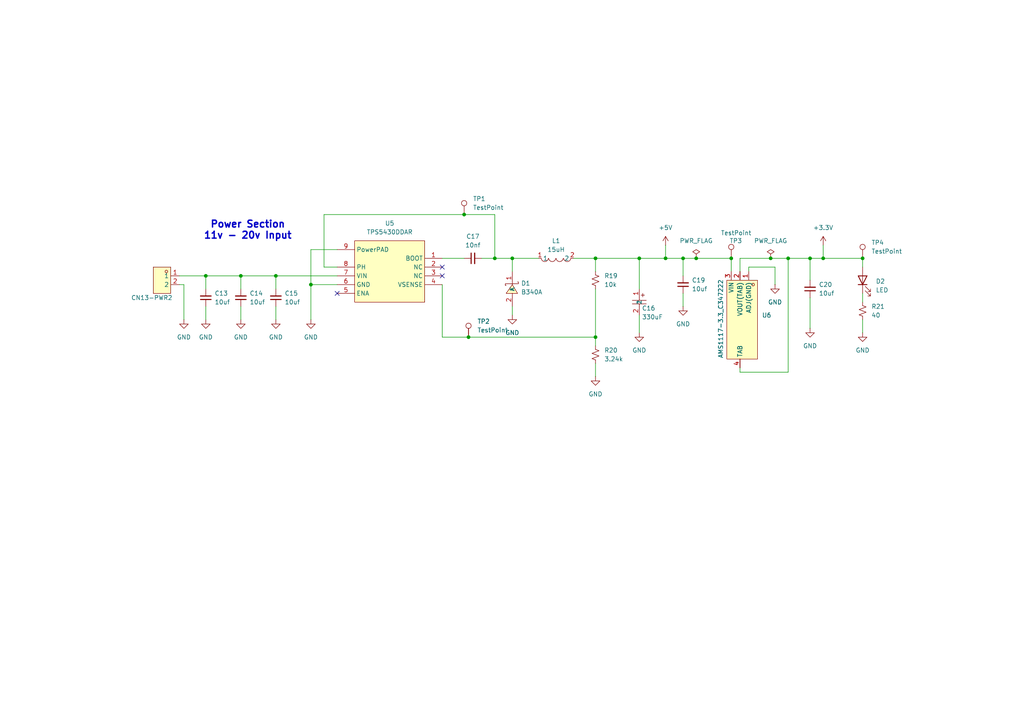
<source format=kicad_sch>
(kicad_sch (version 20250114) (generator "eeschema") (generator_version "9.0")
  (paper "A4")
  (lib_symbols
    (symbol "1x2-Connector-C441332:KF2EDGV-3.81-2P"
      (property "Reference" "CN" (at 0 6.35 0))
      (property "Value" "KF2EDGV-3.81-2P" (at 0 -6.35 0))
      (symbol "KF2EDGV-3.81-2P_0_1"
        (rectangle (start -2.54 3.81) (end 2.54 -3.81) (fill (type background)))
        (circle (center -1.27 2.54) (radius 0.38))
        (pin unspecified line (at -5.08 1.27 0) (length 2.54) (name "1") (number "1"))
        (pin unspecified line (at -5.08 -1.27 0) (length 2.54) (name "2") (number "2"))
      )
    )
    (symbol "C347222-AMS1117:AMS1117-3.3_C347222"
      (property "Reference" "U" (at 0 7.62 0))
      (property "Value" "AMS1117-3.3_C347222" (at 0 -7.62 0))
      (symbol "AMS1117-3.3_C347222_0_1"
        (rectangle (start -12.7 5.08) (end 10.16 -3.81) (fill (type background)))
        (circle (center -11.43 3.81) (radius 0.38))
        (pin unspecified line (at -15.24 2.54 0) (length 2.54) (name "ADJ(GND)") (number "1"))
        (pin unspecified line (at -15.24 0 0) (length 2.54) (name "VOUT(TAB)") (number "2"))
        (pin unspecified line (at -15.24 -2.54 0) (length 2.54) (name "VIN") (number "3"))
        (pin unspecified line (at 12.7 0 180) (length 2.54) (name "TAB") (number "4"))
      )
    )
    (symbol "C40000-Inductor-15uH:SMDRI127-150MT"
      (property "Reference" "L" (at 0 5.08 0))
      (property "Value" "SMDRI127-150MT" (at 0 -5.08 0))
      (symbol "SMDRI127-150MT_0_1"
        (arc (start -2.27 -0.02) (mid -3.28 -0.937) (end -4.29 -0.02))
        (arc (start -0.11 -0.02) (mid -1.12 -0.937) (end -2.13 -0.02))
        (arc (start 2.04 -0.02) (mid 1.03 -0.937) (end 0.02 -0.02))
        (arc (start 4.23 -0.02) (mid 3.22 -0.9448) (end 2.21 -0.02))
        (pin unspecified line (at -5.08 0 0) (length 0.762) (name "1") (number "1"))
        (pin unspecified line (at 5.08 0 180) (length 0.762) (name "2") (number "2"))
      )
    )
    (symbol "C64982-B340A:B340A"
      (property "Reference" "D" (at 0 5.08 0))
      (property "Value" "B340A" (at 0 -5.08 0))
      (symbol "B340A_0_1"
        (polyline (pts (xy -2.03 1.52) (xy -2.03 1.78) (xy -1.52 1.78) (xy -1.52 -2.03) (xy -1.02 -2.03) (xy -1.02 -1.78)))
        (polyline (pts (xy 1.27 1.52) (xy -1.27 0) (xy 1.27 -1.78) (xy 1.27 1.52)) (fill (type background)))
        (pin unspecified line (at -5.08 0 0) (length 3.81) (name "K") (number "1"))
        (pin unspecified line (at 5.08 0 180) (length 3.81) (name "A") (number "2"))
      )
    )
    (symbol "C79112-330uF-Cap:6TPE330MAP"
      (property "Reference" "C" (at 0 5.08 0))
      (property "Value" "6TPE330MAP" (at 0 -5.08 0))
      (symbol "6TPE330MAP_0_1"
        (polyline (pts (xy -0.51 0) (xy -1.27 0)))
        (polyline (pts (xy -0.51 -2.03) (xy -0.51 2.03)))
        (polyline (pts (xy 0.51 -2.03) (xy 0.51 2.03)))
        (polyline (pts (xy 1.27 0) (xy 0.51 0)))
        (polyline (pts (xy 2.03 -1.52) (xy 2.03 -0.51)))
        (polyline (pts (xy 2.54 -1.02) (xy 1.52 -1.02)))
        (pin input line (at -3.81 0 0) (length 2.54) (name "2") (number "2"))
        (pin input line (at 3.81 0 180) (length 2.54) (name "1") (number "1"))
      )
    )
    (symbol "C9864-TPS5430DDAR:TPS5430DDAR"
      (property "Reference" "U" (at 0 11.43 0))
      (property "Value" "TPS5430DDAR" (at 0 -11.43 0))
      (symbol "TPS5430DDAR_0_1"
        (rectangle (start -10.16 8.89) (end 10.16 -8.89) (fill (type background)))
        (pin unspecified line (at -15.24 3.81 0) (length 5.08) (name "BOOT") (number "1"))
        (pin unspecified line (at -15.24 1.27 0) (length 5.08) (name "NC") (number "2"))
        (pin unspecified line (at -15.24 -1.27 0) (length 5.08) (name "NC") (number "3"))
        (pin unspecified line (at -15.24 -3.81 0) (length 5.08) (name "VSENSE") (number "4"))
        (pin unspecified line (at 15.24 6.35 180) (length 5.08) (name "PowerPAD") (number "9"))
        (pin unspecified line (at 15.24 1.27 180) (length 5.08) (name "PH") (number "8"))
        (pin unspecified line (at 15.24 -1.27 180) (length 5.08) (name "VIN") (number "7"))
        (pin unspecified line (at 15.24 -3.81 180) (length 5.08) (name "GND") (number "6"))
        (pin unspecified line (at 15.24 -6.35 180) (length 5.08) (name "ENA") (number "5"))
      )
    )
    (symbol "Connector:TestPoint" (pin_numbers (hide yes)) (pin_names (offset 0.762) (hide yes))
      (property "Reference" "TP" (at 0 6.858 0))
      (property "Value" "TestPoint" (at 0 5.08 0))
      (symbol "TestPoint_0_1"
        (circle (center 0 3.302) (radius 0.762))
      )
      (symbol "TestPoint_1_1"
        (pin passive line (at 0 0 90) (length 2.54) (name "1") (number "1"))
      )
    )
    (symbol "Device:C_Small" (pin_numbers (hide yes)) (pin_names (offset 0.254) (hide yes))
      (property "Reference" "C" (at 0.254 1.778 0))
      (property "Value" "C_Small" (at 0.254 -2.032 0))
      (symbol "C_Small_0_1"
        (polyline (pts (xy -1.524 0.508) (xy 1.524 0.508)) (stroke (width 0.3048)))
        (polyline (pts (xy -1.524 -0.508) (xy 1.524 -0.508)) (stroke (width 0.3302)))
      )
      (symbol "C_Small_1_1"
        (pin passive line (at 0 2.54 270) (length 2.032) (name "~") (number "1"))
        (pin passive line (at 0 -2.54 90) (length 2.032) (name "~") (number "2"))
      )
    )
    (symbol "Device:LED" (pin_numbers (hide yes)) (pin_names (offset 1.016) (hide yes))
      (property "Reference" "D" (at 0 2.54 0))
      (property "Value" "LED" (at 0 -2.54 0))
      (symbol "LED_0_1"
        (polyline (pts (xy -3.048 -0.762) (xy -4.572 -2.286) (xy -3.81 -2.286) (xy -4.572 -2.286) (xy -4.572 -1.524)))
        (polyline (pts (xy -1.778 -0.762) (xy -3.302 -2.286) (xy -2.54 -2.286) (xy -3.302 -2.286) (xy -3.302 -1.524)))
        (polyline (pts (xy -1.27 0) (xy 1.27 0)))
        (polyline (pts (xy -1.27 -1.27) (xy -1.27 1.27)) (stroke (width 0.254)))
        (polyline (pts (xy 1.27 -1.27) (xy 1.27 1.27) (xy -1.27 0) (xy 1.27 -1.27)) (stroke (width 0.254)))
      )
      (symbol "LED_1_1"
        (pin passive line (at -3.81 0 0) (length 2.54) (name "K") (number "1"))
        (pin passive line (at 3.81 0 180) (length 2.54) (name "A") (number "2"))
      )
    )
    (symbol "Device:R_Small_US" (pin_numbers (hide yes)) (pin_names (offset 0.254) (hide yes))
      (property "Reference" "R" (at 0.762 0.508 0))
      (property "Value" "R_Small_US" (at 0.762 -1.016 0))
      (symbol "R_Small_US_1_1"
        (polyline (pts (xy 0 1.524) (xy 1.016 1.143) (xy 0 0.762) (xy -1.016 0.381) (xy 0 0)))
        (polyline (pts (xy 0 0) (xy 1.016 -0.381) (xy 0 -0.762) (xy -1.016 -1.143) (xy 0 -1.524)))
        (pin passive line (at 0 2.54 270) (length 1.016) (name "~") (number "1"))
        (pin passive line (at 0 -2.54 90) (length 1.016) (name "~") (number "2"))
      )
    )
    (symbol "power:+3.3V" (power) (pin_numbers (hide yes)) (pin_names (offset 0) (hide yes))
      (property "Value" "+3.3V" (at 0 3.556 0))
      (symbol "+3.3V_0_1"
        (polyline (pts (xy -0.762 1.27) (xy 0 2.54)))
        (polyline (pts (xy 0 2.54) (xy 0.762 1.27)))
        (polyline (pts (xy 0 0) (xy 0 2.54)))
      )
      (symbol "+3.3V_1_1"
        (pin power_in line (at 0 0 90) (length 0) (name "~") (number "1"))
      )
    )
    (symbol "power:+5V" (power) (pin_numbers (hide yes)) (pin_names (offset 0) (hide yes))
      (property "Value" "+5V" (at 0 3.556 0))
      (symbol "+5V_0_1"
        (polyline (pts (xy -0.762 1.27) (xy 0 2.54)))
        (polyline (pts (xy 0 2.54) (xy 0.762 1.27)))
        (polyline (pts (xy 0 0) (xy 0 2.54)))
      )
      (symbol "+5V_1_1"
        (pin power_in line (at 0 0 90) (length 0) (name "~") (number "1"))
      )
    )
    (symbol "power:GND" (power) (pin_numbers (hide yes)) (pin_names (offset 0) (hide yes))
      (property "Value" "GND" (at 0 -3.81 0))
      (symbol "GND_0_1"
        (polyline (pts (xy 0 0) (xy 0 -1.27) (xy 1.27 -1.27) (xy 0 -2.54) (xy -1.27 -1.27) (xy 0 -1.27)))
      )
      (symbol "GND_1_1"
        (pin power_in line (at 0 0 270) (length 0) (name "~") (number "1"))
      )
    )
    (symbol "power:PWR_FLAG" (power) (pin_numbers (hide yes)) (pin_names (offset 0) (hide yes))
      (property "Value" "PWR_FLAG" (at 0 3.81 0))
      (symbol "PWR_FLAG_0_0"
        (pin power_out line (at 0 0 90) (length 0) (name "~") (number "1"))
      )
      (symbol "PWR_FLAG_0_1"
        (polyline (pts (xy 0 0) (xy 0 1.27) (xy -1.016 1.905) (xy 0 2.54) (xy 1.016 1.905) (xy 0 1.27)))
      )
    )
  )
  (text "Power Section\n11v - 20v Input" (at 71.882 66.802 0) (effects (font (size 2 2) (thickness 0.4) (bold yes))))
  (junction (at 69.85 80.01))
  (junction (at 238.76 74.93))
  (junction (at 90.17 82.55))
  (junction (at 212.09 74.93))
  (junction (at 148.59 74.93))
  (junction (at 223.52 74.93))
  (junction (at 198.12 74.93))
  (junction (at 135.89 97.79))
  (junction (at 201.93 74.93))
  (junction (at 143.51 74.93))
  (junction (at 234.95 74.93))
  (junction (at 228.6 74.93))
  (junction (at 250.19 74.93))
  (junction (at 172.72 74.93))
  (junction (at 80.01 80.01))
  (junction (at 59.69 80.01))
  (junction (at 172.72 97.79))
  (junction (at 185.42 74.93))
  (junction (at 193.04 74.93))
  (junction (at 134.62 62.23))
  (no_connect (at 128.27 80.01))
  (no_connect (at 128.27 77.47))
  (no_connect (at 97.79 85.09))
  (wire (pts (xy 148.59 88.9) (xy 148.59 91.44)))
  (wire (pts (xy 90.17 82.55) (xy 90.17 92.71)))
  (wire (pts (xy 224.79 82.55) (xy 224.79 77.47)))
  (wire (pts (xy 80.01 80.01) (xy 80.01 83.82)))
  (wire (pts (xy 201.93 74.93) (xy 212.09 74.93)))
  (wire (pts (xy 172.72 105.41) (xy 172.72 109.22)))
  (wire (pts (xy 234.95 86.36) (xy 234.95 95.25)))
  (wire (pts (xy 250.19 92.71) (xy 250.19 96.52)))
  (wire (pts (xy 93.98 77.47) (xy 93.98 62.23)))
  (wire (pts (xy 59.69 80.01) (xy 59.69 83.82)))
  (wire (pts (xy 172.72 74.93) (xy 172.72 78.74)))
  (wire (pts (xy 214.63 107.95) (xy 228.6 107.95)))
  (wire (pts (xy 185.42 74.93) (xy 185.42 83.82)))
  (wire (pts (xy 148.59 74.93) (xy 148.59 78.74)))
  (wire (pts (xy 224.79 77.47) (xy 217.17 77.47)))
  (wire (pts (xy 135.89 97.79) (xy 172.72 97.79)))
  (wire (pts (xy 198.12 74.93) (xy 198.12 80.01)))
  (wire (pts (xy 250.19 77.47) (xy 250.19 74.93)))
  (wire (pts (xy 212.09 78.74) (xy 212.09 74.93)))
  (wire (pts (xy 90.17 72.39) (xy 90.17 82.55)))
  (wire (pts (xy 69.85 80.01) (xy 69.85 83.82)))
  (wire (pts (xy 185.42 74.93) (xy 193.04 74.93)))
  (wire (pts (xy 217.17 77.47) (xy 217.17 78.74)))
  (wire (pts (xy 80.01 88.9) (xy 80.01 92.71)))
  (wire (pts (xy 69.85 88.9) (xy 69.85 92.71)))
  (wire (pts (xy 53.34 92.71) (xy 53.34 82.55)))
  (wire (pts (xy 128.27 74.93) (xy 134.62 74.93)))
  (wire (pts (xy 238.76 71.12) (xy 238.76 74.93)))
  (wire (pts (xy 97.79 72.39) (xy 90.17 72.39)))
  (wire (pts (xy 134.62 62.23) (xy 143.51 62.23)))
  (wire (pts (xy 80.01 80.01) (xy 69.85 80.01)))
  (wire (pts (xy 198.12 74.93) (xy 193.04 74.93)))
  (wire (pts (xy 234.95 74.93) (xy 228.6 74.93)))
  (wire (pts (xy 172.72 97.79) (xy 172.72 100.33)))
  (wire (pts (xy 223.52 74.93) (xy 214.63 74.93)))
  (wire (pts (xy 128.27 82.55) (xy 128.27 97.79)))
  (wire (pts (xy 214.63 106.68) (xy 214.63 107.95)))
  (wire (pts (xy 250.19 85.09) (xy 250.19 87.63)))
  (wire (pts (xy 93.98 62.23) (xy 134.62 62.23)))
  (wire (pts (xy 228.6 107.95) (xy 228.6 74.93)))
  (wire (pts (xy 172.72 83.82) (xy 172.72 97.79)))
  (wire (pts (xy 238.76 74.93) (xy 250.19 74.93)))
  (wire (pts (xy 185.42 91.44) (xy 185.42 96.52)))
  (wire (pts (xy 238.76 74.93) (xy 234.95 74.93)))
  (wire (pts (xy 148.59 74.93) (xy 156.21 74.93)))
  (wire (pts (xy 214.63 74.93) (xy 214.63 78.74)))
  (wire (pts (xy 97.79 80.01) (xy 80.01 80.01)))
  (wire (pts (xy 234.95 74.93) (xy 234.95 81.28)))
  (wire (pts (xy 52.07 80.01) (xy 59.69 80.01)))
  (wire (pts (xy 198.12 85.09) (xy 198.12 88.9)))
  (wire (pts (xy 139.7 74.93) (xy 143.51 74.93)))
  (wire (pts (xy 228.6 74.93) (xy 223.52 74.93)))
  (wire (pts (xy 143.51 74.93) (xy 148.59 74.93)))
  (wire (pts (xy 97.79 77.47) (xy 93.98 77.47)))
  (wire (pts (xy 172.72 74.93) (xy 185.42 74.93)))
  (wire (pts (xy 166.37 74.93) (xy 172.72 74.93)))
  (wire (pts (xy 59.69 80.01) (xy 69.85 80.01)))
  (wire (pts (xy 59.69 88.9) (xy 59.69 92.71)))
  (wire (pts (xy 128.27 97.79) (xy 135.89 97.79)))
  (wire (pts (xy 193.04 71.12) (xy 193.04 74.93)))
  (wire (pts (xy 143.51 62.23) (xy 143.51 74.93)))
  (wire (pts (xy 201.93 74.93) (xy 198.12 74.93)))
  (wire (pts (xy 90.17 82.55) (xy 97.79 82.55)))
  (wire (pts (xy 53.34 82.55) (xy 52.07 82.55)))
  (symbol (lib_id "power:GND") (at 185.42 96.52 0) (unit 1)
    (property "Reference" "#PWR058" (effects (hide yes)))
    (property "Value" "GND" (at 185.42 101.6 0))
    (property "Description" "Power symbol creates a global label with name \"GND\" , ground" (effects (hide yes)))
  )
  (symbol (lib_id "C79112-330uF-Cap:6TPE330MAP") (at 185.42 87.63 90) (unit 1)
    (property "Reference" "C16" (at 186.182 89.408 90) (effects (justify right)))
    (property "Value" "330uF" (at 186.182 91.948 90) (effects (justify right)))
    (property "Footprint" "C79112-330uF-Cap:CAP-SMD_L7.3-W4.3-R-RD" (effects (hide yes)))
    (property "Datasheet" "https://lcsc.com/product-detail/Tantalum-Capacitors_PANASONIC_6TPE330MAP_330uF-337-20-6-3V_C79112.html" (effects (hide yes)))
    (property "LCSC Part" "C79112" (effects (hide yes)))
  )
  (symbol (lib_id "power:GND") (at 69.85 92.71 0) (unit 1)
    (property "Reference" "#PWR051" (effects (hide yes)))
    (property "Value" "GND" (at 69.85 97.79 0))
    (property "Description" "Power symbol creates a global label with name \"GND\" , ground" (effects (hide yes)))
  )
  (symbol (lib_id "Connector:TestPoint") (at 250.19 74.93 0) (unit 1)
    (property "Reference" "TP4" (at 252.73 70.3579 0) (effects (justify left)))
    (property "Value" "TestPoint" (at 252.73 72.8979 0) (effects (justify left)))
    (property "Footprint" "TestPoint:TestPoint_Pad_1.5x1.5mm" (effects (hide yes)))
    (property "Description" "test point" (effects (hide yes)))
  )
  (symbol (lib_id "Device:C_Small") (at 59.69 86.36 180) (unit 1)
    (property "Reference" "C13" (at 62.23 85.0835 0) (effects (justify right)))
    (property "Value" "10uf" (at 62.23 87.6235 0) (effects (justify right)))
    (property "Footprint" "Capacitor_SMD:C_0603_1608Metric" (effects (hide yes)))
    (property "Description" "Unpolarized capacitor, small symbol" (effects (hide yes)))
  )
  (symbol (lib_id "Device:C_Small") (at 137.16 74.93 90) (unit 1)
    (property "Reference" "C17" (at 137.1663 68.58 90))
    (property "Value" "10nf" (at 137.1663 71.12 90))
    (property "Footprint" "Capacitor_SMD:C_0603_1608Metric" (effects (hide yes)))
    (property "Description" "Unpolarized capacitor, small symbol" (effects (hide yes)))
  )
  (symbol (lib_id "power:GND") (at 148.59 91.44 0) (unit 1)
    (property "Reference" "#PWR057" (effects (hide yes)))
    (property "Value" "GND" (at 148.59 96.52 0))
    (property "Description" "Power symbol creates a global label with name \"GND\" , ground" (effects (hide yes)))
  )
  (symbol (lib_id "power:GND") (at 234.95 95.25 0) (unit 1)
    (property "Reference" "#PWR063" (effects (hide yes)))
    (property "Value" "GND" (at 234.95 100.33 0))
    (property "Description" "Power symbol creates a global label with name \"GND\" , ground" (effects (hide yes)))
  )
  (symbol (lib_id "power:GND") (at 172.72 109.22 0) (unit 1)
    (property "Reference" "#PWR059" (effects (hide yes)))
    (property "Value" "GND" (at 172.72 114.3 0))
    (property "Description" "Power symbol creates a global label with name \"GND\" , ground" (effects (hide yes)))
  )
  (symbol (lib_id "Connector:TestPoint") (at 134.62 62.23 0) (unit 1)
    (property "Reference" "TP1" (at 137.16 57.6579 0) (effects (justify left)))
    (property "Value" "TestPoint" (at 137.16 60.1979 0) (effects (justify left)))
    (property "Footprint" "TestPoint:TestPoint_Pad_1.5x1.5mm" (effects (hide yes)))
    (property "Description" "test point" (effects (hide yes)))
  )
  (symbol (lib_id "Device:C_Small") (at 80.01 86.36 180) (unit 1)
    (property "Reference" "C15" (at 82.55 85.0835 0) (effects (justify right)))
    (property "Value" "10uf" (at 82.55 87.6235 0) (effects (justify right)))
    (property "Footprint" "Capacitor_SMD:C_0603_1608Metric" (effects (hide yes)))
    (property "Description" "Unpolarized capacitor, small symbol" (effects (hide yes)))
  )
  (symbol (lib_id "power:+3.3V") (at 238.76 71.12 0) (unit 1)
    (property "Reference" "#PWR049" (effects (hide yes)))
    (property "Value" "+3.3V" (at 238.76 66.04 0))
    (property "Description" "Power symbol creates a global label with name \"+3.3V\"" (effects (hide yes)))
  )
  (symbol (lib_id "power:GND") (at 59.69 92.71 0) (unit 1)
    (property "Reference" "#PWR056" (effects (hide yes)))
    (property "Value" "GND" (at 59.69 97.79 0))
    (property "Description" "Power symbol creates a global label with name \"GND\" , ground" (effects (hide yes)))
  )
  (symbol (lib_id "Device:LED") (at 250.19 81.28 90) (unit 1)
    (property "Reference" "D2" (at 254 81.5974 90) (effects (justify right)))
    (property "Value" "LED" (at 254 84.1374 90) (effects (justify right)))
    (property "Footprint" "LED_SMD:LED_0805_2012Metric" (effects (hide yes)))
    (property "Description" "Light emitting diode" (effects (hide yes)))
    (property "Sim.Pins" "1=K 2=A" (effects (hide yes)))
    (property "LCSC Part" "C84260" (effects (hide yes)))
  )
  (symbol (lib_id "C9864-TPS5430DDAR:TPS5430DDAR") (at 113.03 78.74 0) (mirror y) (unit 1)
    (property "Reference" "U5" (at 113.03 64.77 0))
    (property "Value" "TPS5430DDAR" (at 113.03 67.31 0))
    (property "Footprint" "C9864-TPS5430DDAR:ESOP-8_L4.9-W3.9-P1.27-LS6.0-TL-EP" (effects (hide yes)))
    (property "Datasheet" "https://lcsc.com/product-detail/DC-DC-Converters_TI_TPS5430DDAR_TPS5430DDAR_C9864.html" (effects (hide yes)))
    (property "LCSC Part" "C9864" (effects (hide yes)))
  )
  (symbol (lib_id "power:PWR_FLAG") (at 223.52 74.93 0) (unit 1)
    (property "Reference" "#FLG01" (effects (hide yes)))
    (property "Value" "PWR_FLAG" (at 223.52 69.85 0))
    (property "Description" "Special symbol for telling ERC where power comes from" (effects (hide yes)))
  )
  (symbol (lib_id "C347222-AMS1117:AMS1117-3.3_C347222") (at 214.63 93.98 270) (unit 1)
    (property "Reference" "U6" (at 220.98 91.4399 90) (effects (justify left)))
    (property "Value" "AMS1117-3.3_C347222" (at 209.042 81.026 0) (effects (justify left)))
    (property "Footprint" "C347222-AMS1117:SOT-223-4_L6.5-W3.5-P2.30-LS7.0-BR" (effects (hide yes)))
    (property "Datasheet" "https://lcsc.com/product-detail/Others_Youtai-Semiconductor-Co-Ltd-AMS1117-3-3_C347222.html" (effects (hide yes)))
    (property "LCSC Part" "C347222" (effects (hide yes)))
  )
  (symbol (lib_id "Connector:TestPoint") (at 135.89 97.79 0) (unit 1)
    (property "Reference" "TP2" (at 138.43 93.2179 0) (effects (justify left)))
    (property "Value" "TestPoint" (at 138.43 95.7579 0) (effects (justify left)))
    (property "Footprint" "TestPoint:TestPoint_Pad_1.5x1.5mm" (effects (hide yes)))
    (property "Description" "test point" (effects (hide yes)))
  )
  (symbol (lib_id "power:PWR_FLAG") (at 201.93 74.93 0) (unit 1)
    (property "Reference" "#FLG02" (effects (hide yes)))
    (property "Value" "PWR_FLAG" (at 201.93 69.85 0))
    (property "Description" "Special symbol for telling ERC where power comes from" (effects (hide yes)))
  )
  (symbol (lib_id "Device:C_Small") (at 69.85 86.36 180) (unit 1)
    (property "Reference" "C14" (at 72.39 85.0835 0) (effects (justify right)))
    (property "Value" "10uf" (at 72.39 87.6235 0) (effects (justify right)))
    (property "Footprint" "Capacitor_SMD:C_0603_1608Metric" (effects (hide yes)))
    (property "Description" "Unpolarized capacitor, small symbol" (effects (hide yes)))
  )
  (symbol (lib_id "power:GND") (at 80.01 92.71 0) (unit 1)
    (property "Reference" "#PWR052" (effects (hide yes)))
    (property "Value" "GND" (at 80.01 97.79 0))
    (property "Description" "Power symbol creates a global label with name \"GND\" , ground" (effects (hide yes)))
  )
  (symbol (lib_id "Device:R_Small_US") (at 250.19 90.17 0) (unit 1)
    (property "Reference" "R21" (at 252.73 88.8999 0) (effects (justify left)))
    (property "Value" "40" (at 252.73 91.4399 0) (effects (justify left)))
    (property "Footprint" "Resistor_SMD:R_0805_2012Metric" (effects (hide yes)))
    (property "Description" "Resistor, small US symbol" (effects (hide yes)))
    (property "LCSC Part" "C2930194" (effects (hide yes)))
  )
  (symbol (lib_id "Device:C_Small") (at 198.12 82.55 180) (unit 1)
    (property "Reference" "C19" (at 200.66 81.2735 0) (effects (justify right)))
    (property "Value" "10uf" (at 200.66 83.8135 0) (effects (justify right)))
    (property "Footprint" "Capacitor_SMD:C_0603_1608Metric" (effects (hide yes)))
    (property "Description" "Unpolarized capacitor, small symbol" (effects (hide yes)))
  )
  (symbol (lib_id "power:GND") (at 250.19 96.52 0) (unit 1)
    (property "Reference" "#PWR041" (effects (hide yes)))
    (property "Value" "GND" (at 250.19 101.6 0))
    (property "Description" "Power symbol creates a global label with name \"GND\" , ground" (effects (hide yes)))
  )
  (symbol (lib_id "power:+5V") (at 193.04 71.12 0) (unit 1)
    (property "Reference" "#PWR053" (effects (hide yes)))
    (property "Value" "+5V" (at 193.04 66.04 0))
    (property "Description" "Power symbol creates a global label with name \"+5V\"" (effects (hide yes)))
  )
  (symbol (lib_id "1x2-Connector-C441332:KF2EDGV-3.81-2P") (at 46.99 81.28 0) (mirror y) (unit 1)
    (property "Reference" "CN13-PWR2" (at 50.038 86.36 0) (effects (justify left)))
    (property "Value" "KF2EDGV-3.81-2P" (effects (hide yes)))
    (property "Footprint" "1x2-Connector-C441332:CONN-TH_2P-P3.81_KF2EDGV-3.81-2P" (effects (hide yes)))
    (property "Datasheet" "https://lcsc.com/product-detail/Pluggable-System-Terminal-Block_Cixi-Kefa-Elec-KF2EDGV-3-81-2P_C441332.html" (effects (hide yes)))
    (property "LCSC Part" "C441332" (effects (hide yes)))
  )
  (symbol (lib_id "power:GND") (at 53.34 92.71 0) (unit 1)
    (property "Reference" "#PWR050" (effects (hide yes)))
    (property "Value" "GND" (at 53.34 97.79 0))
    (property "Description" "Power symbol creates a global label with name \"GND\" , ground" (effects (hide yes)))
  )
  (symbol (lib_id "power:GND") (at 224.79 82.55 0) (unit 1)
    (property "Reference" "#PWR062" (effects (hide yes)))
    (property "Value" "GND" (at 224.79 87.63 0))
    (property "Description" "Power symbol creates a global label with name \"GND\" , ground" (effects (hide yes)))
  )
  (symbol (lib_id "Device:R_Small_US") (at 172.72 102.87 0) (unit 1)
    (property "Reference" "R20" (at 175.26 101.5999 0) (effects (justify left)))
    (property "Value" "3.24k" (at 175.26 104.1399 0) (effects (justify left)))
    (property "Footprint" "Resistor_SMD:R_0603_1608Metric" (effects (hide yes)))
    (property "Description" "Resistor, small US symbol" (effects (hide yes)))
  )
  (symbol (lib_id "C40000-Inductor-15uH:SMDRI127-150MT") (at 161.29 74.93 0) (unit 1)
    (property "Reference" "L1" (at 161.29 69.85 0))
    (property "Value" "15uH" (at 161.29 72.39 0))
    (property "Footprint" "C40000-Inductor-15uH:IND-SMD_L12.5-W12.5_RLF12545T" (effects (hide yes)))
    (property "Datasheet" "https://lcsc.com/product-detail/Power-Inductors_15uH_C40000.html" (effects (hide yes)))
    (property "LCSC Part" "C40000" (effects (hide yes)))
  )
  (symbol (lib_id "power:GND") (at 198.12 88.9 0) (unit 1)
    (property "Reference" "#PWR061" (effects (hide yes)))
    (property "Value" "GND" (at 198.12 93.98 0))
    (property "Description" "Power symbol creates a global label with name \"GND\" , ground" (effects (hide yes)))
  )
  (symbol (lib_id "power:GND") (at 90.17 92.71 0) (unit 1)
    (property "Reference" "#PWR054" (effects (hide yes)))
    (property "Value" "GND" (at 90.17 97.79 0))
    (property "Description" "Power symbol creates a global label with name \"GND\" , ground" (effects (hide yes)))
  )
  (symbol (lib_id "Device:R_Small_US") (at 172.72 81.28 0) (unit 1)
    (property "Reference" "R19" (at 175.26 80.0099 0) (effects (justify left)))
    (property "Value" "10k" (at 175.26 82.5499 0) (effects (justify left)))
    (property "Footprint" "Resistor_SMD:R_0603_1608Metric" (effects (hide yes)))
    (property "Description" "Resistor, small US symbol" (effects (hide yes)))
  )
  (symbol (lib_id "Connector:TestPoint") (at 212.09 74.93 0) (unit 1)
    (property "Reference" "TP3" (at 211.582 69.85 0) (effects (justify left)))
    (property "Value" "TestPoint" (at 209.042 67.564 0) (effects (justify left)))
    (property "Footprint" "TestPoint:TestPoint_Pad_1.5x1.5mm" (effects (hide yes)))
    (property "Description" "test point" (effects (hide yes)))
  )
  (symbol (lib_id "C64982-B340A:B340A") (at 148.59 83.82 270) (unit 1)
    (property "Reference" "D1" (at 151.13 82.1699 90) (effects (justify left)))
    (property "Value" "B340A" (at 151.13 84.7099 90) (effects (justify left)))
    (property "Footprint" "C64982-B340A:SMA_L4.3-W2.6-LS5.1-RD" (effects (hide yes)))
    (property "Datasheet" "https://lcsc.com/product-detail/Schottky-Barrier-Diodes-SBD_B340A_C64982.html" (effects (hide yes)))
    (property "LCSC Part" "C64982" (effects (hide yes)))
  )
  (symbol (lib_id "Device:C_Small") (at 234.95 83.82 180) (unit 1)
    (property "Reference" "C20" (at 237.49 82.5435 0) (effects (justify right)))
    (property "Value" "10uf" (at 237.49 85.0835 0) (effects (justify right)))
    (property "Footprint" "Capacitor_SMD:C_0603_1608Metric" (effects (hide yes)))
    (property "Description" "Unpolarized capacitor, small symbol" (effects (hide yes)))
  )
)
</source>
